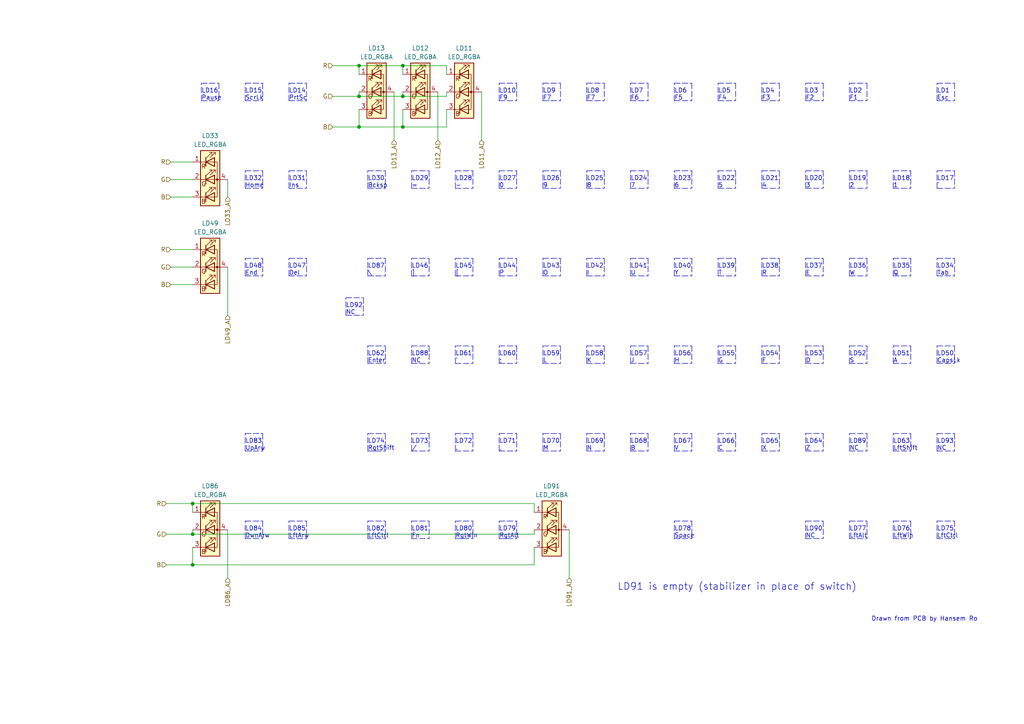
<source format=kicad_sch>
(kicad_sch (version 20211123) (generator eeschema)
  (paper "A4")
  (lib_symbols
    (symbol "Device:LED_RGBA" (pin_names (offset 0) hide)
      (property "Reference" "D" (at 0 9.398 0))
      (property "Value" "LED_RGBA" (at 0 -8.89 0))
      (symbol "LED_RGBA_0_0"
        (text "B" (at -1.905 -6.35 0) (effects (font (size 1.27 1.27))))
        (text "G" (at -1.905 -1.27 0) (effects (font (size 1.27 1.27))))
        (text "R" (at -1.905 3.81 0) (effects (font (size 1.27 1.27))))
      )
      (symbol "LED_RGBA_0_1"
        (polyline (pts (xy -1.27 -5.08) (xy -2.54 -5.08)))
        (polyline (pts (xy -1.27 -5.08) (xy 1.27 -5.08)))
        (polyline (pts (xy -1.27 -3.81) (xy -1.27 -6.35)) (stroke (width 0.254)))
        (polyline (pts (xy -1.27 0) (xy -2.54 0)))
        (polyline (pts (xy -1.27 1.27) (xy -1.27 -1.27)) (stroke (width 0.254)))
        (polyline (pts (xy -1.27 5.08) (xy -2.54 5.08)))
        (polyline (pts (xy -1.27 5.08) (xy 1.27 5.08)))
        (polyline (pts (xy -1.27 6.35) (xy -1.27 3.81)) (stroke (width 0.254)))
        (polyline (pts (xy 1.27 0) (xy -1.27 0)))
        (polyline (pts (xy 1.27 0) (xy 2.54 0)))
        (polyline (pts (xy -1.27 1.27) (xy -1.27 -1.27) (xy -1.27 -1.27)))
        (polyline (pts (xy -1.27 6.35) (xy -1.27 3.81) (xy -1.27 3.81)))
        (polyline (pts (xy 1.27 -5.08) (xy 2.032 -5.08) (xy 2.032 5.08) (xy 1.27 5.08)))
        (polyline (pts (xy 1.27 -3.81) (xy 1.27 -6.35) (xy -1.27 -5.08) (xy 1.27 -3.81)) (stroke (width 0.254)))
        (polyline (pts (xy 1.27 1.27) (xy 1.27 -1.27) (xy -1.27 0) (xy 1.27 1.27)) (stroke (width 0.254)))
        (polyline (pts (xy 1.27 6.35) (xy 1.27 3.81) (xy -1.27 5.08) (xy 1.27 6.35)) (stroke (width 0.254)))
        (polyline (pts (xy -1.016 -3.81) (xy 0.508 -2.286) (xy -0.254 -2.286) (xy 0.508 -2.286) (xy 0.508 -3.048)))
        (polyline (pts (xy -1.016 1.27) (xy 0.508 2.794) (xy -0.254 2.794) (xy 0.508 2.794) (xy 0.508 2.032)))
        (polyline (pts (xy -1.016 6.35) (xy 0.508 7.874) (xy -0.254 7.874) (xy 0.508 7.874) (xy 0.508 7.112)))
        (polyline (pts (xy 0 -3.81) (xy 1.524 -2.286) (xy 0.762 -2.286) (xy 1.524 -2.286) (xy 1.524 -3.048)))
        (polyline (pts (xy 0 1.27) (xy 1.524 2.794) (xy 0.762 2.794) (xy 1.524 2.794) (xy 1.524 2.032)))
        (polyline (pts (xy 0 6.35) (xy 1.524 7.874) (xy 0.762 7.874) (xy 1.524 7.874) (xy 1.524 7.112)))
        (rectangle (start 1.27 -1.27) (end 1.27 1.27))
        (rectangle (start 1.27 1.27) (end 1.27 1.27))
        (rectangle (start 1.27 3.81) (end 1.27 6.35))
        (rectangle (start 1.27 6.35) (end 1.27 6.35))
        (circle (center 2.032 0) (radius 0.254) (fill (type outline)))
        (rectangle (start 2.794 8.382) (end -2.794 -7.62) (stroke (width 0.254)) (fill (type background)))
      )
      (symbol "LED_RGBA_1_1"
        (pin passive line (at -5.08 5.08 0) (length 2.54) (name "RK") (number "1"))
        (pin passive line (at -5.08 0 0) (length 2.54) (name "GK") (number "2"))
        (pin passive line (at -5.08 -5.08 0) (length 2.54) (name "BK") (number "3"))
        (pin passive line (at 5.08 0 180) (length 2.54) (name "A") (number "4"))
      )
    )
  )
  (junction (at 104.14 19.05))
  (junction (at 55.88 163.83))
  (junction (at 116.84 27.94))
  (junction (at 104.14 27.94))
  (junction (at 104.14 36.83))
  (junction (at 116.84 36.83))
  (junction (at 55.88 154.94))
  (junction (at 55.88 146.05))
  (junction (at 116.84 19.05))
  (polyline (pts (xy 137.16 151.13) (xy 137.16 156.21)))
  (polyline (pts (xy 259.08 54.61) (xy 259.08 49.53)))
  (polyline (pts (xy 157.48 54.61) (xy 162.56 54.61)))
  (polyline (pts (xy 259.08 130.81) (xy 264.16 130.81)))
  (polyline (pts (xy 233.68 156.21) (xy 238.76 156.21)))
  (polyline (pts (xy 124.46 74.93) (xy 124.46 80.01)))
  (polyline (pts (xy 264.16 125.73) (xy 264.16 130.81)))
  (polyline (pts (xy 137.16 74.93) (xy 137.16 80.01)))
  (polyline (pts (xy 251.46 151.13) (xy 251.46 156.21)))
  (polyline (pts (xy 162.56 74.93) (xy 162.56 80.01)))
  (polyline (pts (xy 106.68 80.01) (xy 111.76 80.01)))
  (polyline (pts (xy 195.58 80.01) (xy 195.58 74.93)))
  (polyline (pts (xy 76.2 49.53) (xy 76.2 54.61)))
  (polyline (pts (xy 170.18 29.21) (xy 175.26 29.21)))
  (polyline (pts (xy 175.26 125.73) (xy 175.26 130.81)))
  (polyline (pts (xy 132.08 156.21) (xy 132.08 151.13)))
  (polyline (pts (xy 175.26 74.93) (xy 175.26 80.01)))
  (polyline (pts (xy 144.78 54.61) (xy 144.78 49.53)))
  (polyline (pts (xy 83.82 156.21) (xy 83.82 151.13)))
  (polyline (pts (xy 208.28 24.13) (xy 213.36 24.13)))
  (polyline (pts (xy 144.78 80.01) (xy 144.78 74.93)))
  (polyline (pts (xy 157.48 125.73) (xy 162.56 125.73)))
  (polyline (pts (xy 213.36 125.73) (xy 213.36 130.81)))
  (polyline (pts (xy 170.18 125.73) (xy 175.26 125.73)))
  (polyline (pts (xy 276.86 100.33) (xy 276.86 105.41)))
  (polyline (pts (xy 233.68 130.81) (xy 238.76 130.81)))
  (polyline (pts (xy 111.76 125.73) (xy 111.76 130.81)))
  (polyline (pts (xy 208.28 29.21) (xy 213.36 29.21)))
  (polyline (pts (xy 200.66 49.53) (xy 200.66 54.61)))
  (polyline (pts (xy 162.56 100.33) (xy 162.56 105.41)))
  (polyline (pts (xy 144.78 29.21) (xy 144.78 24.13)))
  (polyline (pts (xy 195.58 74.93) (xy 200.66 74.93)))
  (polyline (pts (xy 259.08 54.61) (xy 264.16 54.61)))
  (polyline (pts (xy 220.98 54.61) (xy 220.98 49.53)))
  (polyline (pts (xy 119.38 74.93) (xy 124.46 74.93)))
  (polyline (pts (xy 170.18 54.61) (xy 175.26 54.61)))
  (polyline (pts (xy 71.12 24.13) (xy 76.2 24.13)))
  (polyline (pts (xy 246.38 151.13) (xy 251.46 151.13)))
  (polyline (pts (xy 182.88 74.93) (xy 187.96 74.93)))
  (polyline (pts (xy 119.38 80.01) (xy 119.38 74.93)))
  (polyline (pts (xy 271.78 100.33) (xy 276.86 100.33)))
  (polyline (pts (xy 71.12 49.53) (xy 76.2 49.53)))
  (wire (pts (xy 116.84 19.05) (xy 116.84 21.59)))
  (polyline (pts (xy 271.78 105.41) (xy 271.78 100.33)))
  (polyline (pts (xy 157.48 80.01) (xy 157.48 74.93)))
  (polyline (pts (xy 182.88 80.01) (xy 187.96 80.01)))
  (polyline (pts (xy 157.48 80.01) (xy 162.56 80.01)))
  (polyline (pts (xy 246.38 100.33) (xy 251.46 100.33)))
  (polyline (pts (xy 246.38 54.61) (xy 246.38 49.53)))
  (polyline (pts (xy 119.38 105.41) (xy 124.46 105.41)))
  (polyline (pts (xy 271.78 80.01) (xy 276.86 80.01)))
  (polyline (pts (xy 71.12 80.01) (xy 76.2 80.01)))
  (polyline (pts (xy 132.08 105.41) (xy 137.16 105.41)))
  (polyline (pts (xy 71.12 54.61) (xy 71.12 49.53)))
  (polyline (pts (xy 271.78 80.01) (xy 271.78 74.93)))
  (polyline (pts (xy 233.68 156.21) (xy 233.68 151.13)))
  (polyline (pts (xy 157.48 130.81) (xy 162.56 130.81)))
  (polyline (pts (xy 144.78 100.33) (xy 149.86 100.33)))
  (wire (pts (xy 55.88 154.94) (xy 154.94 154.94)))
  (polyline (pts (xy 106.68 151.13) (xy 111.76 151.13)))
  (polyline (pts (xy 106.68 105.41) (xy 111.76 105.41)))
  (polyline (pts (xy 144.78 130.81) (xy 144.78 125.73)))
  (polyline (pts (xy 187.96 49.53) (xy 187.96 54.61)))
  (polyline (pts (xy 271.78 49.53) (xy 276.86 49.53)))
  (wire (pts (xy 55.88 153.67) (xy 55.88 154.94)))
  (polyline (pts (xy 106.68 156.21) (xy 111.76 156.21)))
  (polyline (pts (xy 187.96 24.13) (xy 187.96 29.21)))
  (polyline (pts (xy 246.38 80.01) (xy 251.46 80.01)))
  (wire (pts (xy 104.14 27.94) (xy 116.84 27.94)))
  (polyline (pts (xy 246.38 130.81) (xy 246.38 125.73)))
  (polyline (pts (xy 88.9 151.13) (xy 88.9 156.21)))
  (polyline (pts (xy 100.33 91.44) (xy 100.33 86.36)))
  (polyline (pts (xy 251.46 100.33) (xy 251.46 105.41)))
  (polyline (pts (xy 106.68 54.61) (xy 106.68 49.53)))
  (polyline (pts (xy 226.06 74.93) (xy 226.06 80.01)))
  (wire (pts (xy 116.84 26.67) (xy 116.84 27.94)))
  (polyline (pts (xy 220.98 49.53) (xy 226.06 49.53)))
  (polyline (pts (xy 162.56 125.73) (xy 162.56 130.81)))
  (polyline (pts (xy 246.38 156.21) (xy 246.38 151.13)))
  (polyline (pts (xy 111.76 100.33) (xy 111.76 105.41)))
  (polyline (pts (xy 124.46 49.53) (xy 124.46 54.61)))
  (polyline (pts (xy 71.12 29.21) (xy 71.12 24.13)))
  (polyline (pts (xy 132.08 80.01) (xy 137.16 80.01)))
  (polyline (pts (xy 83.82 54.61) (xy 83.82 49.53)))
  (wire (pts (xy 116.84 27.94) (xy 129.54 27.94)))
  (polyline (pts (xy 208.28 105.41) (xy 213.36 105.41)))
  (polyline (pts (xy 259.08 151.13) (xy 264.16 151.13)))
  (wire (pts (xy 96.52 27.94) (xy 104.14 27.94)))
  (polyline (pts (xy 208.28 74.93) (xy 213.36 74.93)))
  (polyline (pts (xy 233.68 80.01) (xy 233.68 74.93)))
  (polyline (pts (xy 132.08 125.73) (xy 137.16 125.73)))
  (polyline (pts (xy 157.48 100.33) (xy 162.56 100.33)))
  (polyline (pts (xy 259.08 125.73) (xy 264.16 125.73)))
  (polyline (pts (xy 76.2 74.93) (xy 76.2 80.01)))
  (polyline (pts (xy 195.58 49.53) (xy 200.66 49.53)))
  (polyline (pts (xy 76.2 24.13) (xy 76.2 29.21)))
  (polyline (pts (xy 119.38 125.73) (xy 124.46 125.73)))
  (polyline (pts (xy 238.76 100.33) (xy 238.76 105.41)))
  (polyline (pts (xy 162.56 49.53) (xy 162.56 54.61)))
  (polyline (pts (xy 271.78 130.81) (xy 271.78 125.73)))
  (polyline (pts (xy 271.78 29.21) (xy 271.78 24.13)))
  (wire (pts (xy 55.88 163.83) (xy 154.94 163.83)))
  (polyline (pts (xy 259.08 80.01) (xy 264.16 80.01)))
  (polyline (pts (xy 170.18 80.01) (xy 170.18 74.93)))
  (wire (pts (xy 96.52 36.83) (xy 104.14 36.83)))
  (polyline (pts (xy 132.08 54.61) (xy 132.08 49.53)))
  (polyline (pts (xy 233.68 54.61) (xy 233.68 49.53)))
  (wire (pts (xy 116.84 36.83) (xy 104.14 36.83)))
  (polyline (pts (xy 251.46 125.73) (xy 251.46 130.81)))
  (wire (pts (xy 49.53 72.39) (xy 55.88 72.39)))
  (polyline (pts (xy 226.06 49.53) (xy 226.06 54.61)))
  (polyline (pts (xy 220.98 24.13) (xy 226.06 24.13)))
  (polyline (pts (xy 238.76 49.53) (xy 238.76 54.61)))
  (polyline (pts (xy 119.38 105.41) (xy 119.38 100.33)))
  (polyline (pts (xy 182.88 29.21) (xy 187.96 29.21)))
  (polyline (pts (xy 83.82 80.01) (xy 88.9 80.01)))
  (wire (pts (xy 116.84 31.75) (xy 116.84 36.83)))
  (polyline (pts (xy 182.88 54.61) (xy 187.96 54.61)))
  (polyline (pts (xy 83.82 29.21) (xy 83.82 24.13)))
  (polyline (pts (xy 144.78 125.73) (xy 149.86 125.73)))
  (polyline (pts (xy 233.68 29.21) (xy 238.76 29.21)))
  (polyline (pts (xy 76.2 125.73) (xy 76.2 130.81)))
  (polyline (pts (xy 251.46 24.13) (xy 251.46 29.21)))
  (polyline (pts (xy 208.28 54.61) (xy 208.28 49.53)))
  (polyline (pts (xy 208.28 54.61) (xy 213.36 54.61)))
  (polyline (pts (xy 233.68 54.61) (xy 238.76 54.61)))
  (polyline (pts (xy 238.76 74.93) (xy 238.76 80.01)))
  (polyline (pts (xy 246.38 29.21) (xy 251.46 29.21)))
  (polyline (pts (xy 105.41 86.36) (xy 105.41 91.44)))
  (polyline (pts (xy 119.38 130.81) (xy 124.46 130.81)))
  (polyline (pts (xy 200.66 125.73) (xy 200.66 130.81)))
  (polyline (pts (xy 119.38 100.33) (xy 124.46 100.33)))
  (polyline (pts (xy 137.16 125.73) (xy 137.16 130.81)))
  (polyline (pts (xy 170.18 105.41) (xy 175.26 105.41)))
  (wire (pts (xy 139.7 26.67) (xy 139.7 40.64)))
  (polyline (pts (xy 119.38 54.61) (xy 119.38 49.53)))
  (wire (pts (xy 154.94 163.83) (xy 154.94 158.75)))
  (polyline (pts (xy 220.98 105.41) (xy 220.98 100.33)))
  (polyline (pts (xy 276.86 125.73) (xy 276.86 130.81)))
  (polyline (pts (xy 246.38 105.41) (xy 246.38 100.33)))
  (polyline (pts (xy 144.78 80.01) (xy 149.86 80.01)))
  (wire (pts (xy 55.88 158.75) (xy 55.88 163.83)))
  (wire (pts (xy 104.14 19.05) (xy 104.14 21.59)))
  (polyline (pts (xy 100.33 86.36) (xy 105.41 86.36)))
  (polyline (pts (xy 233.68 49.53) (xy 238.76 49.53)))
  (polyline (pts (xy 271.78 151.13) (xy 276.86 151.13)))
  (wire (pts (xy 104.14 26.67) (xy 104.14 27.94)))
  (polyline (pts (xy 71.12 80.01) (xy 71.12 74.93)))
  (polyline (pts (xy 238.76 151.13) (xy 238.76 156.21)))
  (polyline (pts (xy 124.46 151.13) (xy 124.46 156.21)))
  (polyline (pts (xy 259.08 80.01) (xy 259.08 74.93)))
  (polyline (pts (xy 119.38 54.61) (xy 124.46 54.61)))
  (polyline (pts (xy 124.46 100.33) (xy 124.46 105.41)))
  (polyline (pts (xy 195.58 54.61) (xy 195.58 49.53)))
  (wire (pts (xy 127 26.67) (xy 127 40.64)))
  (polyline (pts (xy 157.48 54.61) (xy 157.48 49.53)))
  (polyline (pts (xy 132.08 156.21) (xy 137.16 156.21)))
  (wire (pts (xy 129.54 21.59) (xy 129.54 19.05)))
  (polyline (pts (xy 264.16 74.93) (xy 264.16 80.01)))
  (polyline (pts (xy 182.88 105.41) (xy 187.96 105.41)))
  (polyline (pts (xy 111.76 74.93) (xy 111.76 80.01)))
  (polyline (pts (xy 259.08 49.53) (xy 264.16 49.53)))
  (polyline (pts (xy 106.68 74.93) (xy 111.76 74.93)))
  (polyline (pts (xy 271.78 29.21) (xy 276.86 29.21)))
  (polyline (pts (xy 119.38 156.21) (xy 119.38 151.13)))
  (polyline (pts (xy 175.26 100.33) (xy 175.26 105.41)))
  (polyline (pts (xy 220.98 130.81) (xy 226.06 130.81)))
  (polyline (pts (xy 238.76 125.73) (xy 238.76 130.81)))
  (polyline (pts (xy 83.82 80.01) (xy 83.82 74.93)))
  (polyline (pts (xy 157.48 49.53) (xy 162.56 49.53)))
  (polyline (pts (xy 271.78 54.61) (xy 276.86 54.61)))
  (polyline (pts (xy 71.12 125.73) (xy 76.2 125.73)))
  (polyline (pts (xy 264.16 49.53) (xy 264.16 54.61)))
  (polyline (pts (xy 170.18 74.93) (xy 175.26 74.93)))
  (wire (pts (xy 165.1 153.67) (xy 165.1 167.64)))
  (wire (pts (xy 55.88 146.05) (xy 55.88 148.59)))
  (polyline (pts (xy 170.18 130.81) (xy 175.26 130.81)))
  (polyline (pts (xy 182.88 105.41) (xy 182.88 100.33)))
  (polyline (pts (xy 259.08 105.41) (xy 259.08 100.33)))
  (polyline (pts (xy 170.18 105.41) (xy 170.18 100.33)))
  (polyline (pts (xy 195.58 156.21) (xy 195.58 151.13)))
  (polyline (pts (xy 195.58 29.21) (xy 195.58 24.13)))
  (polyline (pts (xy 106.68 156.21) (xy 106.68 151.13)))
  (polyline (pts (xy 71.12 54.61) (xy 76.2 54.61)))
  (polyline (pts (xy 132.08 100.33) (xy 137.16 100.33)))
  (polyline (pts (xy 58.42 29.21) (xy 58.42 24.13)))
  (polyline (pts (xy 213.36 24.13) (xy 213.36 29.21)))
  (polyline (pts (xy 213.36 74.93) (xy 213.36 80.01)))
  (polyline (pts (xy 208.28 49.53) (xy 213.36 49.53)))
  (polyline (pts (xy 195.58 130.81) (xy 195.58 125.73)))
  (polyline (pts (xy 251.46 74.93) (xy 251.46 80.01)))
  (polyline (pts (xy 246.38 24.13) (xy 251.46 24.13)))
  (polyline (pts (xy 233.68 80.01) (xy 238.76 80.01)))
  (polyline (pts (xy 264.16 151.13) (xy 264.16 156.21)))
  (polyline (pts (xy 233.68 105.41) (xy 233.68 100.33)))
  (polyline (pts (xy 132.08 130.81) (xy 132.08 125.73)))
  (polyline (pts (xy 233.68 130.81) (xy 233.68 125.73)))
  (polyline (pts (xy 132.08 74.93) (xy 137.16 74.93)))
  (polyline (pts (xy 182.88 49.53) (xy 187.96 49.53)))
  (polyline (pts (xy 220.98 29.21) (xy 220.98 24.13)))
  (polyline (pts (xy 246.38 156.21) (xy 251.46 156.21)))
  (wire (pts (xy 48.26 154.94) (xy 55.88 154.94)))
  (wire (pts (xy 49.53 82.55) (xy 55.88 82.55)))
  (polyline (pts (xy 226.06 125.73) (xy 226.06 130.81)))
  (polyline (pts (xy 276.86 24.13) (xy 276.86 29.21)))
  (polyline (pts (xy 157.48 105.41) (xy 157.48 100.33)))
  (polyline (pts (xy 233.68 24.13) (xy 238.76 24.13)))
  (polyline (pts (xy 246.38 74.93) (xy 251.46 74.93)))
  (polyline (pts (xy 208.28 100.33) (xy 213.36 100.33)))
  (polyline (pts (xy 195.58 151.13) (xy 200.66 151.13)))
  (polyline (pts (xy 88.9 24.13) (xy 88.9 29.21)))
  (wire (pts (xy 116.84 19.05) (xy 129.54 19.05)))
  (wire (pts (xy 129.54 36.83) (xy 116.84 36.83)))
  (polyline (pts (xy 157.48 105.41) (xy 162.56 105.41)))
  (wire (pts (xy 129.54 26.67) (xy 129.54 27.94)))
  (polyline (pts (xy 83.82 24.13) (xy 88.9 24.13)))
  (polyline (pts (xy 106.68 130.81) (xy 106.68 125.73)))
  (polyline (pts (xy 71.12 74.93) (xy 76.2 74.93)))
  (polyline (pts (xy 106.68 125.73) (xy 111.76 125.73)))
  (polyline (pts (xy 246.38 29.21) (xy 246.38 24.13)))
  (polyline (pts (xy 111.76 49.53) (xy 111.76 54.61)))
  (polyline (pts (xy 119.38 151.13) (xy 124.46 151.13)))
  (polyline (pts (xy 71.12 151.13) (xy 76.2 151.13)))
  (polyline (pts (xy 83.82 156.21) (xy 88.9 156.21)))
  (polyline (pts (xy 170.18 29.21) (xy 170.18 24.13)))
  (polyline (pts (xy 220.98 100.33) (xy 226.06 100.33)))
  (polyline (pts (xy 182.88 130.81) (xy 182.88 125.73)))
  (polyline (pts (xy 271.78 156.21) (xy 271.78 151.13)))
  (polyline (pts (xy 144.78 130.81) (xy 149.86 130.81)))
  (polyline (pts (xy 246.38 54.61) (xy 251.46 54.61)))
  (polyline (pts (xy 195.58 80.01) (xy 200.66 80.01)))
  (polyline (pts (xy 271.78 156.21) (xy 276.86 156.21)))
  (polyline (pts (xy 259.08 156.21) (xy 264.16 156.21)))
  (polyline (pts (xy 157.48 29.21) (xy 157.48 24.13)))
  (polyline (pts (xy 208.28 80.01) (xy 208.28 74.93)))
  (polyline (pts (xy 144.78 151.13) (xy 149.86 151.13)))
  (wire (pts (xy 49.53 77.47) (xy 55.88 77.47)))
  (polyline (pts (xy 106.68 105.41) (xy 106.68 100.33)))
  (polyline (pts (xy 119.38 49.53) (xy 124.46 49.53)))
  (polyline (pts (xy 276.86 151.13) (xy 276.86 156.21)))
  (polyline (pts (xy 271.78 54.61) (xy 271.78 49.53)))
  (wire (pts (xy 104.14 31.75) (xy 104.14 36.83)))
  (polyline (pts (xy 83.82 49.53) (xy 88.9 49.53)))
  (wire (pts (xy 96.52 19.05) (xy 104.14 19.05)))
  (polyline (pts (xy 182.88 29.21) (xy 182.88 24.13)))
  (polyline (pts (xy 144.78 24.13) (xy 149.86 24.13)))
  (polyline (pts (xy 132.08 105.41) (xy 132.08 100.33)))
  (polyline (pts (xy 200.66 100.33) (xy 200.66 105.41)))
  (polyline (pts (xy 144.78 156.21) (xy 149.86 156.21)))
  (polyline (pts (xy 137.16 100.33) (xy 137.16 105.41)))
  (polyline (pts (xy 259.08 156.21) (xy 259.08 151.13)))
  (polyline (pts (xy 83.82 74.93) (xy 88.9 74.93)))
  (polyline (pts (xy 88.9 49.53) (xy 88.9 54.61)))
  (polyline (pts (xy 106.68 100.33) (xy 111.76 100.33)))
  (wire (pts (xy 48.26 146.05) (xy 55.88 146.05)))
  (polyline (pts (xy 233.68 100.33) (xy 238.76 100.33)))
  (wire (pts (xy 55.88 146.05) (xy 154.94 146.05)))
  (polyline (pts (xy 137.16 49.53) (xy 137.16 54.61)))
  (polyline (pts (xy 170.18 130.81) (xy 170.18 125.73)))
  (polyline (pts (xy 144.78 29.21) (xy 149.86 29.21)))
  (wire (pts (xy 114.3 26.67) (xy 114.3 40.64)))
  (polyline (pts (xy 63.5 24.13) (xy 63.5 29.21)))
  (polyline (pts (xy 175.26 49.53) (xy 175.26 54.61)))
  (polyline (pts (xy 195.58 54.61) (xy 200.66 54.61)))
  (polyline (pts (xy 233.68 29.21) (xy 233.68 24.13)))
  (polyline (pts (xy 195.58 100.33) (xy 200.66 100.33)))
  (wire (pts (xy 49.53 57.15) (xy 55.88 57.15)))
  (polyline (pts (xy 170.18 100.33) (xy 175.26 100.33)))
  (polyline (pts (xy 106.68 49.53) (xy 111.76 49.53)))
  (polyline (pts (xy 132.08 151.13) (xy 137.16 151.13)))
  (polyline (pts (xy 226.06 24.13) (xy 226.06 29.21)))
  (polyline (pts (xy 132.08 54.61) (xy 137.16 54.61)))
  (polyline (pts (xy 149.86 49.53) (xy 149.86 54.61)))
  (wire (pts (xy 48.26 163.83) (xy 55.88 163.83)))
  (polyline (pts (xy 271.78 24.13) (xy 276.86 24.13)))
  (polyline (pts (xy 246.38 105.41) (xy 251.46 105.41)))
  (polyline (pts (xy 259.08 100.33) (xy 264.16 100.33)))
  (polyline (pts (xy 100.33 91.44) (xy 105.41 91.44)))
  (polyline (pts (xy 208.28 29.21) (xy 208.28 24.13)))
  (polyline (pts (xy 220.98 130.81) (xy 220.98 125.73)))
  (polyline (pts (xy 149.86 151.13) (xy 149.86 156.21)))
  (polyline (pts (xy 157.48 29.21) (xy 162.56 29.21)))
  (polyline (pts (xy 220.98 54.61) (xy 226.06 54.61)))
  (polyline (pts (xy 220.98 74.93) (xy 226.06 74.93)))
  (polyline (pts (xy 71.12 130.81) (xy 71.12 125.73)))
  (polyline (pts (xy 88.9 74.93) (xy 88.9 80.01)))
  (polyline (pts (xy 132.08 130.81) (xy 137.16 130.81)))
  (polyline (pts (xy 144.78 74.93) (xy 149.86 74.93)))
  (polyline (pts (xy 132.08 49.53) (xy 137.16 49.53)))
  (polyline (pts (xy 119.38 80.01) (xy 124.46 80.01)))
  (polyline (pts (xy 182.88 24.13) (xy 187.96 24.13)))
  (polyline (pts (xy 182.88 80.01) (xy 182.88 74.93)))
  (polyline (pts (xy 144.78 105.41) (xy 144.78 100.33)))
  (polyline (pts (xy 162.56 24.13) (xy 162.56 29.21)))
  (polyline (pts (xy 195.58 125.73) (xy 200.66 125.73)))
  (polyline (pts (xy 170.18 80.01) (xy 175.26 80.01)))
  (polyline (pts (xy 233.68 105.41) (xy 238.76 105.41)))
  (polyline (pts (xy 233.68 74.93) (xy 238.76 74.93)))
  (polyline (pts (xy 195.58 24.13) (xy 200.66 24.13)))
  (polyline (pts (xy 251.46 49.53) (xy 251.46 54.61)))
  (polyline (pts (xy 149.86 100.33) (xy 149.86 105.41)))
  (polyline (pts (xy 187.96 125.73) (xy 187.96 130.81)))
  (polyline (pts (xy 220.98 29.21) (xy 226.06 29.21)))
  (wire (pts (xy 66.04 153.67) (xy 66.04 167.64)))
  (polyline (pts (xy 71.12 130.81) (xy 76.2 130.81)))
  (polyline (pts (xy 200.66 151.13) (xy 200.66 156.21)))
  (polyline (pts (xy 271.78 74.93) (xy 276.86 74.93)))
  (polyline (pts (xy 220.98 80.01) (xy 220.98 74.93)))
  (polyline (pts (xy 149.86 24.13) (xy 149.86 29.21)))
  (polyline (pts (xy 213.36 100.33) (xy 213.36 105.41)))
  (polyline (pts (xy 182.88 100.33) (xy 187.96 100.33)))
  (polyline (pts (xy 259.08 74.93) (xy 264.16 74.93)))
  (polyline (pts (xy 149.86 74.93) (xy 149.86 80.01)))
  (wire (pts (xy 49.53 46.99) (xy 55.88 46.99)))
  (polyline (pts (xy 106.68 130.81) (xy 111.76 130.81)))
  (polyline (pts (xy 220.98 125.73) (xy 226.06 125.73)))
  (polyline (pts (xy 124.46 125.73) (xy 124.46 130.81)))
  (polyline (pts (xy 208.28 80.01) (xy 213.36 80.01)))
  (polyline (pts (xy 195.58 105.41) (xy 200.66 105.41)))
  (polyline (pts (xy 238.76 24.13) (xy 238.76 29.21)))
  (polyline (pts (xy 208.28 125.73) (xy 213.36 125.73)))
  (polyline (pts (xy 144.78 49.53) (xy 149.86 49.53)))
  (polyline (pts (xy 182.88 125.73) (xy 187.96 125.73)))
  (polyline (pts (xy 233.68 151.13) (xy 238.76 151.13)))
  (polyline (pts (xy 271.78 130.81) (xy 276.86 130.81)))
  (polyline (pts (xy 71.12 156.21) (xy 71.12 151.13)))
  (wire (pts (xy 66.04 77.47) (xy 66.04 91.44)))
  (polyline (pts (xy 195.58 105.41) (xy 195.58 100.33)))
  (polyline (pts (xy 233.68 125.73) (xy 238.76 125.73)))
  (polyline (pts (xy 170.18 54.61) (xy 170.18 49.53)))
  (polyline (pts (xy 170.18 24.13) (xy 175.26 24.13)))
  (polyline (pts (xy 200.66 74.93) (xy 200.66 80.01)))
  (polyline (pts (xy 111.76 151.13) (xy 111.76 156.21)))
  (polyline (pts (xy 276.86 49.53) (xy 276.86 54.61)))
  (polyline (pts (xy 71.12 29.21) (xy 76.2 29.21)))
  (polyline (pts (xy 119.38 130.81) (xy 119.38 125.73)))
  (polyline (pts (xy 246.38 130.81) (xy 251.46 130.81)))
  (polyline (pts (xy 76.2 151.13) (xy 76.2 156.21)))
  (polyline (pts (xy 200.66 24.13) (xy 200.66 29.21)))
  (polyline (pts (xy 71.12 156.21) (xy 76.2 156.21)))
  (polyline (pts (xy 157.48 74.93) (xy 162.56 74.93)))
  (polyline (pts (xy 157.48 130.81) (xy 157.48 125.73)))
  (polyline (pts (xy 182.88 130.81) (xy 187.96 130.81)))
  (polyline (pts (xy 208.28 105.41) (xy 208.28 100.33)))
  (polyline (pts (xy 83.82 29.21) (xy 88.9 29.21)))
  (wire (pts (xy 49.53 52.07) (xy 55.88 52.07)))
  (polyline (pts (xy 157.48 24.13) (xy 162.56 24.13)))
  (polyline (pts (xy 170.18 49.53) (xy 175.26 49.53)))
  (polyline (pts (xy 271.78 125.73) (xy 276.86 125.73)))
  (polyline (pts (xy 187.96 100.33) (xy 187.96 105.41)))
  (polyline (pts (xy 246.38 125.73) (xy 251.46 125.73)))
  (polyline (pts (xy 259.08 105.41) (xy 264.16 105.41)))
  (polyline (pts (xy 83.82 54.61) (xy 88.9 54.61)))
  (polyline (pts (xy 264.16 100.33) (xy 264.16 105.41)))
  (polyline (pts (xy 175.26 24.13) (xy 175.26 29.21)))
  (wire (pts (xy 129.54 31.75) (xy 129.54 36.83)))
  (polyline (pts (xy 83.82 151.13) (xy 88.9 151.13)))
  (polyline (pts (xy 208.28 130.81) (xy 213.36 130.81)))
  (polyline (pts (xy 187.96 74.93) (xy 187.96 80.01)))
  (polyline (pts (xy 246.38 49.53) (xy 251.46 49.53)))
  (polyline (pts (xy 106.68 54.61) (xy 111.76 54.61)))
  (polyline (pts (xy 226.06 100.33) (xy 226.06 105.41)))
  (polyline (pts (xy 58.42 24.13) (xy 63.5 24.13)))
  (polyline (pts (xy 144.78 54.61) (xy 149.86 54.61)))
  (polyline (pts (xy 144.78 105.41) (xy 149.86 105.41)))
  (polyline (pts (xy 271.78 105.41) (xy 276.86 105.41)))
  (polyline (pts (xy 195.58 156.21) (xy 200.66 156.21)))
  (polyline (pts (xy 58.42 29.21) (xy 63.5 29.21)))
  (polyline (pts (xy 220.98 105.41) (xy 226.06 105.41)))
  (wire (pts (xy 154.94 146.05) (xy 154.94 148.59)))
  (polyline (pts (xy 149.86 125.73) (xy 149.86 130.81)))
  (polyline (pts (xy 119.38 156.21) (xy 124.46 156.21)))
  (polyline (pts (xy 220.98 80.01) (xy 226.06 80.01)))
  (polyline (pts (xy 213.36 49.53) (xy 213.36 54.61)))
  (wire (pts (xy 66.04 52.07) (xy 66.04 57.15)))
  (polyline (pts (xy 182.88 54.61) (xy 182.88 49.53)))
  (polyline (pts (xy 106.68 80.01) (xy 106.68 74.93)))
  (polyline (pts (xy 246.38 80.01) (xy 246.38 74.93)))
  (polyline (pts (xy 208.28 130.81) (xy 208.28 125.73)))
  (polyline (pts (xy 259.08 130.81) (xy 259.08 125.73)))
  (polyline (pts (xy 276.86 74.93) (xy 276.86 80.01)))
  (polyline (pts (xy 195.58 29.21) (xy 200.66 29.21)))
  (polyline (pts (xy 132.08 80.01) (xy 132.08 74.93)))
  (polyline (pts (xy 195.58 130.81) (xy 200.66 130.81)))
  (polyline (pts (xy 144.78 156.21) (xy 144.78 151.13)))
  (wire (pts (xy 154.94 153.67) (xy 154.94 154.94)))
  (wire (pts (xy 104.14 19.05) (xy 116.84 19.05)))
  (text "LD75\nLftCtrl" (at 271.78 156.21 0) (effects (font (size 1.27 1.27)) (justify left bottom)))
  (text "LD68\nB" (at 182.88 130.81 0) (effects (font (size 1.27 1.27)) (justify left bottom)))
  (text "LD29\n=" (at 119.38 54.61 0) (effects (font (size 1.27 1.27)) (justify left bottom)))
  (text "LD19\n2" (at 246.38 54.61 0) (effects (font (size 1.27 1.27)) (justify left bottom)))
  (text "LD48\nEnd" (at 71.12 80.01 0) (effects (font (size 1.27 1.27)) (justify left bottom)))
  (text "LD9\nF7" (at 157.48 29.21 0) (effects (font (size 1.27 1.27)) (justify left bottom)))
  (text "LD85\nLftArw" (at 83.82 156.21 0) (effects (font (size 1.27 1.27)) (justify left bottom)))
  (text "LD38\nR" (at 220.98 80.01 0) (effects (font (size 1.27 1.27)) (justify left bottom)))
  (text "LD10\nF9" (at 144.78 29.21 0) (effects (font (size 1.27 1.27)) (justify left bottom)))
  (text "LD1\nEsc" (at 271.78 29.21 0) (effects (font (size 1.27 1.27)) (justify left bottom)))
  (text "LD37\nE" (at 233.68 80.01 0) (effects (font (size 1.27 1.27)) (justify left bottom)))
  (text "LD31\nIns" (at 83.82 54.61 0) (effects (font (size 1.27 1.27)) (justify left bottom)))
  (text "LD76\nLftWin" (at 259.08 156.21 0) (effects (font (size 1.27 1.27)) (justify left bottom)))
  (text "LD83\nUpArw" (at 71.12 130.81 0) (effects (font (size 1.27 1.27)) (justify left bottom)))
  (text "LD54\nF" (at 220.98 105.41 0) (effects (font (size 1.27 1.27)) (justify left bottom)))
  (text "LD53\nD" (at 233.68 105.41 0) (effects (font (size 1.27 1.27)) (justify left bottom)))
  (text "LD8\nF7" (at 170.18 29.21 0) (effects (font (size 1.27 1.27)) (justify left bottom)))
  (text "LD17\n`" (at 271.78 54.61 0) (effects (font (size 1.27 1.27)) (justify left bottom)))
  (text "LD41\nU" (at 182.88 80.01 0) (effects (font (size 1.27 1.27)) (justify left bottom)))
  (text "LD6\nF5" (at 195.58 29.21 0) (effects (font (size 1.27 1.27)) (justify left bottom)))
  (text "LD51\nA" (at 259.08 105.41 0) (effects (font (size 1.27 1.27)) (justify left bottom)))
  (text "LD82\nLftCtrl" (at 106.68 156.21 0) (effects (font (size 1.27 1.27)) (justify left bottom)))
  (text "LD65\nX" (at 220.98 130.81 0) (effects (font (size 1.27 1.27)) (justify left bottom)))
  (text "LD64\nZ" (at 233.68 130.81 0) (effects (font (size 1.27 1.27)) (justify left bottom)))
  (text "LD30\nBcksp" (at 106.68 54.61 0) (effects (font (size 1.27 1.27)) (justify left bottom)))
  (text "LD78\nSpace" (at 195.58 156.21 0) (effects (font (size 1.27 1.27)) (justify left bottom)))
  (text "LD18\n1" (at 259.08 54.61 0) (effects (font (size 1.27 1.27)) (justify left bottom)))
  (text "LD4\nF3" (at 220.98 29.21 0) (effects (font (size 1.27 1.27)) (justify left bottom)))
  (text "LD80\nRgtWin" (at 132.08 156.21 0) (effects (font (size 1.27 1.27)) (justify left bottom)))
  (text "LD23\n6" (at 195.58 54.61 0) (effects (font (size 1.27 1.27)) (justify left bottom)))
  (text "LD15\nScrLk" (at 71.12 29.21 0) (effects (font (size 1.27 1.27)) (justify left bottom)))
  (text "LD87\n\\" (at 106.68 80.01 0) (effects (font (size 1.27 1.27)) (justify left bottom)))
  (text "LD28\n-" (at 132.08 54.61 0) (effects (font (size 1.27 1.27)) (justify left bottom)))
  (text "LD34\nTab" (at 271.78 80.01 0) (effects (font (size 1.27 1.27)) (justify left bottom)))
  (text "LD55\nG" (at 208.28 105.41 0) (effects (font (size 1.27 1.27)) (justify left bottom)))
  (text "LD43\nO" (at 157.48 80.01 0) (effects (font (size 1.27 1.27)) (justify left bottom)))
  (text "LD22\n5" (at 208.28 54.61 0) (effects (font (size 1.27 1.27)) (justify left bottom)))
  (text "LD77\nLftAlt" (at 246.38 156.21 0) (effects (font (size 1.27 1.27)) (justify left bottom)))
  (text "LD61\n'" (at 132.08 105.41 0) (effects (font (size 1.27 1.27)) (justify left bottom)))
  (text "LD88\nNC" (at 119.38 105.41 0) (effects (font (size 1.27 1.27)) (justify left bottom)))
  (text "LD25\n8" (at 170.18 54.61 0) (effects (font (size 1.27 1.27)) (justify left bottom)))
  (text "LD21\n4" (at 220.98 54.61 0) (effects (font (size 1.27 1.27)) (justify left bottom)))
  (text "LD26\n9" (at 157.48 54.61 0) (effects (font (size 1.27 1.27)) (justify left bottom)))
  (text "LD47\nDel" (at 83.82 80.01 0) (effects (font (size 1.27 1.27)) (justify left bottom)))
  (text "LD62\nEnter" (at 106.68 105.41 0) (effects (font (size 1.27 1.27)) (justify left bottom)))
  (text "LD35\nQ" (at 259.08 80.01 0) (effects (font (size 1.27 1.27)) (justify left bottom)))
  (text "LD46\n]" (at 119.38 80.01 0) (effects (font (size 1.27 1.27)) (justify left bottom)))
  (text "LD66\nC" (at 208.28 130.81 0) (effects (font (size 1.27 1.27)) (justify left bottom)))
  (text "LD81\nFn" (at 119.38 156.21 0) (effects (font (size 1.27 1.27)) (justify left bottom)))
  (text "LD59\nL" (at 157.48 105.41 0) (effects (font (size 1.27 1.27)) (justify left bottom)))
  (text "LD71\n," (at 144.78 130.81 0) (effects (font (size 1.27 1.27)) (justify left bottom)))
  (text "LD14\nPrtSc" (at 83.82 29.21 0) (effects (font (size 1.27 1.27)) (justify left bottom)))
  (text "LD73\n/" (at 119.38 130.81 0) (effects (font (size 1.27 1.27)) (justify left bottom)))
  (text "LD72\n." (at 132.08 130.81 0) (effects (font (size 1.27 1.27)) (justify left bottom)))
  (text "LD91 is empty (stabilizer in place of switch)" (at 179.07 171.45 0) (effects (font (size 2 2)) (justify left bottom)))
  (text "LD57\nJ" (at 182.88 105.41 0) (effects (font (size 1.27 1.27)) (justify left bottom)))
  (text "LD52\nS" (at 246.38 105.41 0) (effects (font (size 1.27 1.27)) (justify left bottom)))
  (text "LD84\nDwnArw" (at 71.12 156.21 0) (effects (font (size 1.27 1.27)) (justify left bottom)))
  (text "LD63\nLftShift" (at 259.08 130.81 0) (effects (font (size 1.27 1.27)) (justify left bottom)))
  (text "LD45\n[" (at 132.08 80.01 0) (effects (font (size 1.27 1.27)) (justify left bottom)))
  (text "LD69\nN" (at 170.18 130.81 0) (effects (font (size 1.27 1.27)) (justify left bottom)))
  (text "LD3\nF2" (at 233.68 29.21 0) (effects (font (size 1.27 1.27)) (justify left bottom)))
  (text "LD39\nT" (at 208.28 80.01 0) (effects (font (size 1.27 1.27)) (justify left bottom)))
  (text "LD58\nK" (at 170.18 105.41 0) (effects (font (size 1.27 1.27)) (justify left bottom)))
  (text "LD67\nV" (at 195.58 130.81 0) (effects (font (size 1.27 1.27)) (justify left bottom)))
  (text "LD89\nNC" (at 246.38 130.81 0) (effects (font (size 1.27 1.27)) (justify left bottom)))
  (text "LD20\n3" (at 233.68 54.61 0) (effects (font (size 1.27 1.27)) (justify left bottom)))
  (text "LD60\n;" (at 144.78 105.41 0) (effects (font (size 1.27 1.27)) (justify left bottom)))
  (text "LD74\nRgtShift" (at 106.68 130.81 0) (effects (font (size 1.27 1.27)) (justify left bottom)))
  (text "LD32\nHome" (at 71.12 54.61 0) (effects (font (size 1.27 1.27)) (justify left bottom)))
  (text "LD5\nF4" (at 208.28 29.21 0) (effects (font (size 1.27 1.27)) (justify left bottom)))
  (text "LD93\nNC" (at 271.78 130.81 0) (effects (font (size 1.27 1.27)) (justify left bottom)))
  (text "LD42\nI" (at 170.18 80.01 0) (effects (font (size 1.27 1.27)) (justify left bottom)))
  (text "LD50\nCapsLk" (at 271.78 105.41 0) (effects (font (size 1.27 1.27)) (justify left bottom)))
  (text "LD92\nNC" (at 100.33 91.44 0) (effects (font (size 1.27 1.27)) (justify left bottom)))
  (text "LD70\nM" (at 157.48 130.81 0) (effects (font (size 1.27 1.27)) (justify left bottom)))
  (text "LD16\nPause" (at 58.42 29.21 0) (effects (font (size 1.27 1.27)) (justify left bottom)))
  (text "LD40\nY" (at 195.58 80.01 0) (effects (font (size 1.27 1.27)) (justify left bottom)))
  (text "LD56\nH" (at 195.58 105.41 0) (effects (font (size 1.27 1.27)) (justify left bottom)))
  (text "LD79\nRgtAlt" (at 144.78 156.21 0) (effects (font (size 1.27 1.27)) (justify left bottom)))
  (text "LD24\n7" (at 182.88 54.61 0) (effects (font (size 1.27 1.27)) (justify left bottom)))
  (text "LD44\nP" (at 144.78 80.01 0) (effects (font (size 1.27 1.27)) (justify left bottom)))
  (text "LD7\nF6" (at 182.88 29.21 0) (effects (font (size 1.27 1.27)) (justify left bottom)))
  (text "Drawn from PCB by Hansem Ro" (at 252.73 180.34 0) (effects (font (size 1.27 1.27)) (justify left bottom)))
  (text "LD90\nNC" (at 233.68 156.21 0) (effects (font (size 1.27 1.27)) (justify left bottom)))
  (text "LD36\nW" (at 246.38 80.01 0) (effects (font (size 1.27 1.27)) (justify left bottom)))
  (text "LD27\n0" (at 144.78 54.61 0) (effects (font (size 1.27 1.27)) (justify left bottom)))
  (text "LD2\nF1" (at 246.38 29.21 0) (effects (font (size 1.27 1.27)) (justify left bottom)))
  (hierarchical_label "R" (shape input) (at 49.53 46.99 180))
  (hierarchical_label "G" (shape input) (at 49.53 77.47 180))
  (hierarchical_label "B" (shape input) (at 49.53 82.55 180))
  (hierarchical_label "LD86_A" (shape input) (at 66.04 167.64 270))
  (hierarchical_label "B" (shape input) (at 49.53 57.15 180))
  (hierarchical_label "LD91_A" (shape input) (at 165.1 167.64 270))
  (hierarchical_label "LD49_A" (shape input) (at 66.04 91.44 270))
  (hierarchical_label "G" (shape input) (at 49.53 52.07 180))
  (hierarchical_label "G" (shape input) (at 48.26 154.94 180))
  (hierarchical_label "LD11_A" (shape input) (at 139.7 40.64 270))
  (hierarchical_label "R" (shape input) (at 96.52 19.05 180))
  (hierarchical_label "R" (shape input) (at 48.26 146.05 180))
  (hierarchical_label "LD13_A" (shape input) (at 114.3 40.64 270))
  (hierarchical_label "LD33_A" (shape input) (at 66.04 57.15 270))
  (hierarchical_label "LD12_A" (shape input) (at 127 40.64 270))
  (hierarchical_label "B" (shape input) (at 48.26 163.83 180))
  (hierarchical_label "B" (shape input) (at 96.52 36.83 180))
  (hierarchical_label "R" (shape input) (at 49.53 72.39 180))
  (hierarchical_label "G" (shape input) (at 96.52 27.94 180))
  (symbol (lib_id "Device:LED_RGBA") (at 60.96 52.07 0) (unit 1)
    (property "Reference" "LD33" (at 60.96 39.37 0))
    (property "Value" "LED_RGBA" (at 60.96 41.91 0))
  )
  (symbol (lib_id "Device:LED_RGBA") (at 109.22 26.67 0) (unit 1)
    (property "Reference" "LD13" (at 109.22 13.97 0))
    (property "Value" "LED_RGBA" (at 109.22 16.51 0))
  )
  (symbol (lib_id "Device:LED_RGBA") (at 134.62 26.67 0) (unit 1)
    (property "Reference" "LD11" (at 134.62 13.97 0))
    (property "Value" "LED_RGBA" (at 134.62 16.51 0))
  )
  (symbol (lib_id "Device:LED_RGBA") (at 60.96 77.47 0) (unit 1)
    (property "Reference" "LD49" (at 60.96 64.77 0))
    (property "Value" "LED_RGBA" (at 60.96 67.31 0))
  )
  (symbol (lib_id "Device:LED_RGBA") (at 160.02 153.67 0) (unit 1)
    (property "Reference" "LD91" (at 160.02 140.97 0))
    (property "Value" "LED_RGBA" (at 160.02 143.51 0))
  )
  (symbol (lib_id "Device:LED_RGBA") (at 60.96 153.67 0) (unit 1)
    (property "Reference" "LD86" (at 60.96 140.97 0))
    (property "Value" "LED_RGBA" (at 60.96 143.51 0))
  )
  (symbol (lib_id "Device:LED_RGBA") (at 121.92 26.67 0) (unit 1)
    (property "Reference" "LD12" (at 121.92 13.97 0))
    (property "Value" "LED_RGBA" (at 121.92 16.51 0))
  )
)
</source>
